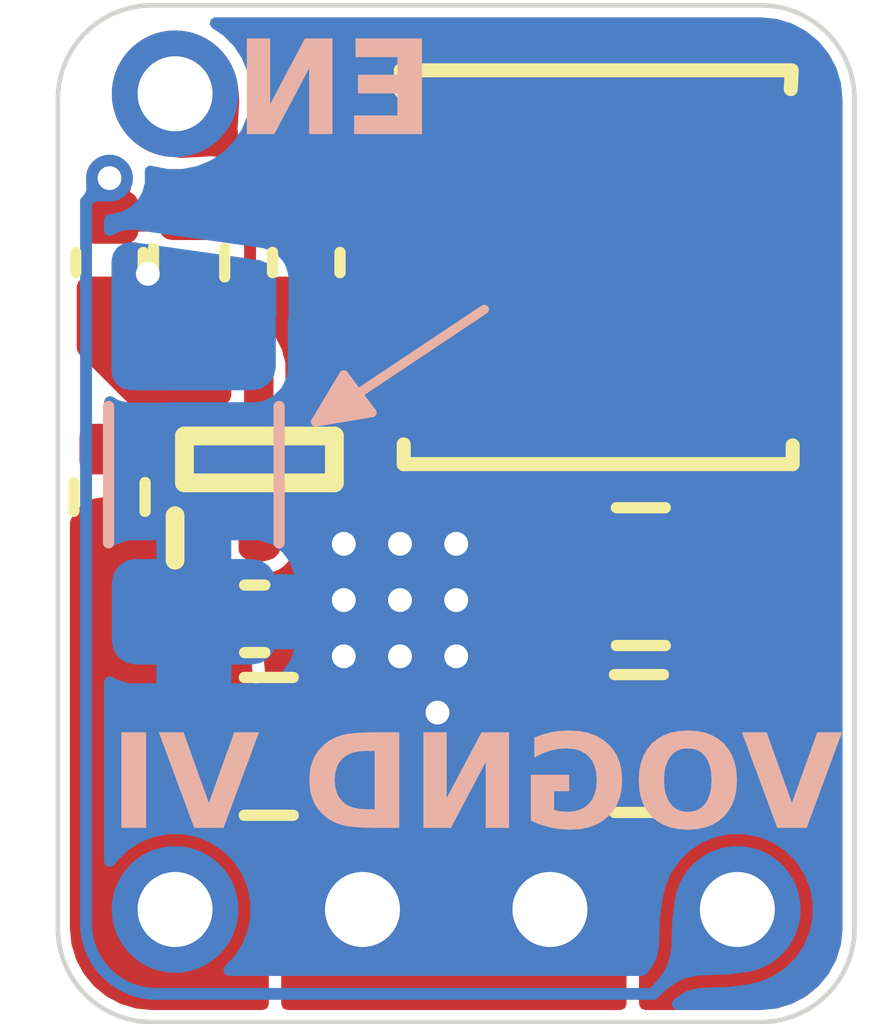
<source format=kicad_pcb>
(kicad_pcb (version 20241229) (generator "pcbnew") (generator_version "9.0")
  (layers (0 "F.Cu" signal) (2 "B.Cu" signal) (13 "F.Paste" user) (15 "B.Paste" user) (5 "F.SilkS" user "F.Silkscreen") (7 "B.SilkS" user "B.Silkscreen") (1 "F.Mask" user) (3 "B.Mask" user) (25 "Edge.Cuts" user))
  (net 0 "")
  (net 1 "GND")
  (net 2 "VIN")
  (net 3 "VOUT")
  (net 4 "EN")
  (net 5 "FB")
  (net 6 "Net-(IC1-BST)")
  (net 7 "Net-(IC1-SW)")
  (footprint "Capacitor_SMD:C_0805_2012Metric" (layer "F.Cu") (at 128.7 108.53 180)
    (property "Reference" "C5" (hide yes))
    (property "Value" "22uF")
    (fp_line (start -0.261252 0.735) (end 0.261252 0.735) (stroke (width 0.12)) (layer "F.SilkS"))
    (fp_line (start -0.261252 -0.735) (end 0.261252 -0.735) (stroke (width 0.12)) (layer "F.SilkS"))
    (pad "1" smd roundrect (at -0.95 0 180) (size 1 1.45) (layers "F.Cu" "F.Mask" "F.Paste") (net 3 "VOUT"))
    (pad "2" smd roundrect (at 0.95 0 180) (size 1 1.45) (layers "F.Cu" "F.Mask" "F.Paste") (net 1 "GND"))
  )
  (footprint "Resistor_SMD:R_0402_1005Metric" (layer "F.Cu") (at 123.05 105.9 90)
    (property "Reference" "R1" (hide yes))
    (property "Value" "100k")
    (fp_line (start -0.153641 -0.38) (end 0.153641 -0.38) (stroke (width 0.12)) (layer "F.SilkS"))
    (fp_line (start -0.153641 0.38) (end 0.153641 0.38) (stroke (width 0.12)) (layer "F.SilkS"))
    (pad "1" smd roundrect (at -0.51 0 90) (size 0.54 0.64) (layers "F.Cu" "F.Mask" "F.Paste") (net 2 "VIN"))
    (pad "2" smd roundrect (at 0.51 0 90) (size 0.54 0.64) (layers "F.Cu" "F.Mask" "F.Paste") (net 4 "EN"))
  )
  (footprint "Capacitor_SMD:C_0402_1005Metric" (layer "F.Cu") (at 123.05 103.4 -90)
    (property "Reference" "C4" (hide yes))
    (property "Value" "10pF" (hide yes))
    (fp_line (start -0.107836 0.36) (end 0.107836 0.36) (stroke (width 0.12)) (layer "F.SilkS"))
    (fp_line (start -0.107836 -0.36) (end 0.107836 -0.36) (stroke (width 0.12)) (layer "F.SilkS"))
    (pad "1" smd roundrect (at -0.48 0 270) (size 0.56 0.62) (layers "F.Cu" "F.Mask" "F.Paste") (net 3 "VOUT"))
    (pad "2" smd roundrect (at 0.48 0 270) (size 0.56 0.62) (layers "F.Cu" "F.Mask" "F.Paste") (net 5 "FB"))
  )
  (footprint "Capacitor_SMD:C_0805_2012Metric" (layer "F.Cu") (at 128.72 106.75 180)
    (property "Reference" "C6" (hide yes))
    (property "Value" "22uF")
    (fp_line (start -0.261252 0.735) (end 0.261252 0.735) (stroke (width 0.12)) (layer "F.SilkS"))
    (fp_line (start -0.261252 -0.735) (end 0.261252 -0.735) (stroke (width 0.12)) (layer "F.SilkS"))
    (pad "1" smd roundrect (at -0.95 0 180) (size 1 1.45) (layers "F.Cu" "F.Mask" "F.Paste") (net 3 "VOUT"))
    (pad "2" smd roundrect (at 0.95 0 180) (size 1 1.45) (layers "F.Cu" "F.Mask" "F.Paste") (net 1 "GND"))
  )
  (footprint "easyeda:IND-SMD_L4.0-W4.0" (layer "F.Cu") (at 128.25 103.45)
    (property "Reference" "L1" (hide yes))
    (property "Value" "3.3uH")
    (fp_line (start -2.09 -2.1) (end -2.09 -1.88) (stroke (width 0.15)) (layer "F.SilkS"))
    (fp_line (start -2.06 1.89) (end -2.06 2.1) (stroke (width 0.15)) (layer "F.SilkS"))
    (fp_line (start -2.06 2.1) (end 2.09 2.1) (stroke (width 0.15)) (layer "F.SilkS"))
    (fp_line (start 2.07 -1.9) (end 2.08 -2.1) (stroke (width 0.15)) (layer "F.SilkS"))
    (fp_line (start 2.08 -2.1) (end -2.09 -2.1) (stroke (width 0.15)) (layer "F.SilkS"))
    (fp_line (start 2.09 2.1) (end 2.09 1.9) (stroke (width 0.15)) (layer "F.SilkS"))
    (pad "1" smd roundrect (at -1.6 0) (size 1.6 3.5) (layers "F.Cu" "F.Mask" "F.Paste") (roundrect_rratio 0.15625) (net 7 "Net-(IC1-SW)"))
    (pad "2" smd roundrect (at 1.6 0) (size 1.6 3.5) (layers "F.Cu" "F.Mask" "F.Paste") (roundrect_rratio 0.15625) (net 3 "VOUT"))
  )
  (footprint "Connector_PinHeader_2.00mm:PinHeader_1x04_P2.00mm_Vertical" (layer "F.Cu") (at 123.75 110.3 90)
    (property "Reference" "J1" (hide yes))
    (property "Value" "Conn_01x04" (hide yes))
    (pad "1" thru_hole circle (at 0 0 90) (size 1.35 1.35) (drill 0.8) (layers "*.Cu" "*.Mask") (net 2 "VIN"))
    (pad "2" thru_hole oval (at 0 2 90) (size 1.35 1.35) (drill 0.8) (layers "*.Cu" "*.Mask") (net 1 "GND"))
    (pad "3" thru_hole oval (at 0 4 90) (size 1.35 1.35) (drill 0.8) (layers "*.Cu" "*.Mask") (net 1 "GND"))
    (pad "4" thru_hole oval (at 0 6 90) (size 1.35 1.35) (drill 0.8) (layers "*.Cu" "*.Mask") (net 3 "VOUT"))
  )
  (footprint "Capacitor_SMD:C_0805_2012Metric" (layer "F.Cu") (at 124.75 108.56)
    (property "Reference" "C1" (hide yes))
    (property "Value" "22uF")
    (fp_line (start -0.261252 -0.735) (end 0.261252 -0.735) (stroke (width 0.12)) (layer "F.SilkS"))
    (fp_line (start -0.261252 0.735) (end 0.261252 0.735) (stroke (width 0.12)) (layer "F.SilkS"))
    (pad "1" smd roundrect (at -0.95 0) (size 1 1.45) (layers "F.Cu" "F.Mask" "F.Paste") (net 2 "VIN"))
    (pad "2" smd roundrect (at 0.95 0) (size 1 1.45) (layers "F.Cu" "F.Mask" "F.Paste") (net 1 "GND"))
  )
  (footprint "Resistor_SMD:R_0402_1005Metric" (layer "F.Cu") (at 123.9 103.4 -90)
    (property "Reference" "R2" (hide yes))
    (property "Value" "12k")
    (fp_line (start -0.153641 0.38) (end 0.153641 0.38) (stroke (width 0.12)) (layer "F.SilkS"))
    (fp_line (start -0.153641 -0.38) (end 0.153641 -0.38) (stroke (width 0.12)) (layer "F.SilkS"))
    (pad "1" smd roundrect (at -0.51 0 270) (size 0.54 0.64) (layers "F.Cu" "F.Mask" "F.Paste") (net 3 "VOUT"))
    (pad "2" smd roundrect (at 0.51 0 270) (size 0.54 0.64) (layers "F.Cu" "F.Mask" "F.Paste") (net 5 "FB"))
  )
  (footprint "Capacitor_SMD:C_0402_1005Metric" (layer "F.Cu") (at 125.15 103.4 90)
    (property "Reference" "C3" (hide yes))
    (property "Value" "0.1uF" (hide yes))
    (fp_line (start -0.107836 -0.36) (end 0.107836 -0.36) (stroke (width 0.12)) (layer "F.SilkS"))
    (fp_line (start -0.107836 0.36) (end 0.107836 0.36) (stroke (width 0.12)) (layer "F.SilkS"))
    (pad "1" smd roundrect (at -0.48 0 90) (size 0.56 0.62) (layers "F.Cu" "F.Mask" "F.Paste") (net 6 "Net-(IC1-BST)"))
    (pad "2" smd roundrect (at 0.48 0 90) (size 0.56 0.62) (layers "F.Cu" "F.Mask" "F.Paste") (net 7 "Net-(IC1-SW)"))
  )
  (footprint "Connector_PinHeader_2.00mm:PinHeader_1x01_P2.00mm_Vertical" (layer "F.Cu") (at 123.75 101.6)
    (property "Reference" "J2" (hide yes))
    (property "Value" "Conn_01x01" (hide yes))
    (pad "1" thru_hole circle (at 0 0) (size 1.35 1.35) (drill 0.8) (layers "*.Cu" "*.Mask") (net 4 "EN"))
  )
  (footprint "Capacitor_SMD:C_0402_1005Metric" (layer "F.Cu") (at 124.6 107.2)
    (property "Reference" "C2" (hide yes))
    (property "Value" "0.1uF" (hide yes))
    (fp_line (start -0.107836 -0.36) (end 0.107836 -0.36) (stroke (width 0.12)) (layer "F.SilkS"))
    (fp_line (start -0.107836 0.36) (end 0.107836 0.36) (stroke (width 0.12)) (layer "F.SilkS"))
    (pad "1" smd roundrect (at -0.48 0) (size 0.56 0.62) (layers "F.Cu" "F.Mask" "F.Paste") (net 2 "VIN"))
    (pad "2" smd roundrect (at 0.48 0) (size 0.56 0.62) (layers "F.Cu" "F.Mask" "F.Paste") (net 1 "GND"))
  )
  (footprint "SamacSys:SOTFL50P160X60-6N" (layer "F.Cu") (at 124.65 105.5 90)
    (property "Reference" "IC1" (hide yes))
    (property "Value" "TPS563203DRLR" (hide yes))
    (fp_line (start -1.075 -0.9) (end -0.6 -0.9) (stroke (width 0.2)) (layer "F.SilkS"))
    (fp_line (start 0.25 -0.8) (end 0.25 0.8) (stroke (width 0.2)) (layer "F.SilkS"))
    (fp_line (start -0.25 -0.8) (end 0.25 -0.8) (stroke (width 0.2)) (layer "F.SilkS"))
    (fp_line (start 0.25 0.8) (end -0.25 0.8) (stroke (width 0.2)) (layer "F.SilkS"))
    (fp_line (start -0.25 0.8) (end -0.25 -0.8) (stroke (width 0.2)) (layer "F.SilkS"))
    (pad "1" smd roundrect (at -0.838 -0.5 180) (size 0.3 0.475) (layers "F.Cu" "F.Mask" "F.Paste") (net 2 "VIN"))
    (pad "2" smd roundrect (at -0.838 0 180) (size 0.3 0.475) (layers "F.Cu" "F.Mask" "F.Paste") (net 7 "Net-(IC1-SW)"))
    (pad "3" smd roundrect (at -0.838 0.5 180) (size 0.3 0.475) (layers "F.Cu" "F.Mask" "F.Paste") (net 1 "GND"))
    (pad "4" smd roundrect (at 0.838 0.5 180) (size 0.3 0.475) (layers "F.Cu" "F.Mask" "F.Paste") (net 6 "Net-(IC1-BST)"))
    (pad "5" smd roundrect (at 0.838 0 180) (size 0.3 0.475) (layers "F.Cu" "F.Mask" "F.Paste") (net 4 "EN"))
    (pad "6" smd roundrect (at 0.838 -0.5 180) (size 0.3 0.475) (layers "F.Cu" "F.Mask" "F.Paste") (net 5 "FB"))
  )
  (footprint "Resistor_SMD:R_1206_3216Metric" (layer "B.Cu") (at 123.95 105.6625 -90)
    (property "Reference" "R3" (hide yes))
    (property "Value" "?")
    (fp_line (start -0.727064 0.91) (end 0.727064 0.91) (stroke (width 0.12)) (layer "B.SilkS"))
    (fp_line (start -0.727064 -0.91) (end 0.727064 -0.91) (stroke (width 0.12)) (layer "B.SilkS"))
    (pad "1" smd roundrect (at -1.4625 0 270) (size 1.125 1.75) (layers "B.Cu" "B.Mask" "B.Paste") (roundrect_rratio 0.222222) (net 5 "FB"))
    (pad "2" smd roundrect (at 1.4625 0 270) (size 1.125 1.75) (layers "B.Cu" "B.Mask" "B.Paste") (roundrect_rratio 0.222222) (net 1 "GND") (thermal_bridge_width 0.8) (thermal_gap 0.2))
  )
  (gr_line (start 125.428151 104.994969) (end 125.654823 104.994969) (stroke (width 0.1)) (layer "B.SilkS"))
  (gr_line (start 125.478787 104.85361) (end 125.427654 104.981564) (stroke (width 0.1)) (layer "B.SilkS"))
  (gr_line (start 125.55 104.6) (end 125.85 105) (stroke (width 0.1)) (layer "B.SilkS"))
  (gr_line (start 125.478787 104.756557) (end 125.554311 104.914256) (stroke (width 0.1)) (layer "B.SilkS"))
  (gr_line (start 125.85 105) (end 125.25 105.1) (stroke (width 0.1)) (layer "B.SilkS"))
  (gr_line (start 125.546302 104.712251) (end 125.654823 104.994969) (stroke (width 0.1)) (layer "B.SilkS"))
  (gr_line (start 125.478787 104.85361) (end 125.654823 104.994969) (stroke (width 0.1)) (layer "B.SilkS"))
  (gr_line (start 125.25 105.1) (end 125.55 104.6) (stroke (width 0.1)) (layer "B.SilkS"))
  (gr_line (start 125.763344 105.014443) (end 125.546302 104.712251) (stroke (width 0.1)) (layer "B.SilkS"))
  (gr_line (start 127.05 103.9) (end 125.25 105.1) (stroke (width 0.1)) (layer "B.SilkS"))
  (gr_arc (start 122.5 101.657107) (mid 122.792893 100.95) (end 123.5 100.657107) (stroke (width 0.05)) (layer "Edge.Cuts"))
  (gr_line (start 122.5 101.657107) (end 122.5 110.5) (stroke (width 0.05)) (layer "Edge.Cuts"))
  (gr_line (start 130 100.657107) (end 123.5 100.657107) (stroke (width 0.05)) (layer "Edge.Cuts"))
  (gr_arc (start 131 110.5) (mid 130.707107 111.207107) (end 130 111.5) (stroke (width 0.05)) (layer "Edge.Cuts"))
  (gr_arc (start 130 100.657107) (mid 130.707107 100.95) (end 131 101.657107) (stroke (width 0.05)) (layer "Edge.Cuts"))
  (gr_line (start 131 110.5) (end 131 101.657107) (stroke (width 0.05)) (layer "Edge.Cuts"))
  (gr_line (start 123.5 111.5) (end 130 111.5) (stroke (width 0.05)) (layer "Edge.Cuts"))
  (gr_arc (start 123.5 111.5) (mid 122.792893 111.207107) (end 122.5 110.5) (stroke (width 0.05)) (layer "Edge.Cuts"))
  (gr_text "GND" (at 126.85 109.6 0) (layer "B.SilkS") (effects (font (size 1 1) (thickness 0.125) (bold yes)) (justify bottom mirror)))
  (gr_text "VI" (at 123.85 109.6 0) (layer "B.SilkS") (effects (font (size 1 1) (thickness 0.125) (bold yes)) (justify bottom mirror)))
  (gr_text "EN" (at 125.45 102.2 0) (layer "B.SilkS") (effects (font (size 1 1) (thickness 0.125) (bold yes)) (justify bottom mirror)))
  (gr_text "VO" (at 129.75 109.6 0) (layer "B.SilkS") (effects (font (size 1 1) (thickness 0.125) (bold yes)) (justify bottom mirror)))
  (via (at 126.15 107) (size 0.5) (drill 0.254) (layers "F.Cu" "B.Cu") (net 1))
  (via (at 126.15 106.4) (size 0.5) (drill 0.254) (layers "F.Cu" "B.Cu") (net 1))
  (via (at 125.55 107) (size 0.5) (drill 0.254) (layers "F.Cu" "B.Cu") (net 1))
  (via (at 125.55 106.4) (size 0.5) (drill 0.254) (layers "F.Cu" "B.Cu") (net 1))
  (via (at 126.15 107.6) (size 0.5) (drill 0.254) (layers "F.Cu" "B.Cu") (net 1))
  (via (at 125.55 107.6) (size 0.5) (drill 0.254) (layers "F.Cu" "B.Cu") (net 1))
  (via (at 126.75 106.4) (size 0.5) (drill 0.254) (layers "F.Cu" "B.Cu") (net 1))
  (via (at 126.75 107) (size 0.5) (drill 0.254) (layers "F.Cu" "B.Cu") (net 1))
  (via (at 126.55 108.2) (size 0.5) (drill 0.254) (layers "F.Cu" "B.Cu") (net 1))
  (via (at 126.75 107.6) (size 0.5) (drill 0.254) (layers "F.Cu" "B.Cu") (net 1))
  (segment (start 123.05 102.92) (end 123.05 102.5) (width 0.3) (layer "F.Cu") (net 3))
  (segment (start 123.87 102.92) (end 123.9 102.89) (width 0.3) (layer "F.Cu") (net 3))
  (segment (start 123.05 102.92) (end 123.87 102.92) (width 0.3) (layer "F.Cu") (net 3))
  (via (at 123.05 102.5) (size 0.5) (drill 0.254) (layers "F.Cu" "B.Cu") (net 3))
  (segment (start 123.05 102.5) (end 122.8 102.75) (width 0.127) (layer "B.Cu") (net 3))
  (segment (start 128.85 111.2) (end 129.75 110.3) (width 0.127) (layer "B.Cu") (net 3))
  (segment (start 123.55 111.2) (end 128.85 111.2) (width 0.127) (layer "B.Cu") (net 3))
  (segment (start 122.8 102.75) (end 122.8 110.45) (width 0.127) (layer "B.Cu") (net 3))
  (arc (start 122.8 110.45) (mid 123.01967 110.98033) (end 123.55 111.2) (width 0.127) (layer "B.Cu") (net 3))
  (segment (start 124.65 104.45) (end 124.65 104.662) (width 0.127) (layer "F.Cu") (net 4))
  (segment (start 124.55 104.35) (end 124.65 104.45) (width 0.127) (layer "F.Cu") (net 4))
  (segment (start 124.55 104.35) (end 124.55 102.4) (width 0.127) (layer "F.Cu") (net 4))
  (segment (start 124.55 104.562) (end 124.55 104.35) (width 0.127) (layer "F.Cu") (net 4))
  (segment (start 124.560837 104.910837) (end 124.560837 104.751163) (width 0.127) (layer "F.Cu") (net 4))
  (segment (start 124.65 104.821674) (end 124.65 104.662) (width 0.127) (layer "F.Cu") (net 4))
  (segment (start 124.560837 104.910837) (end 124.65 104.821674) (width 0.127) (layer "F.Cu") (net 4))
  (segment (start 123.05 105.39) (end 124.081674 105.39) (width 0.127) (layer "F.Cu") (net 4))
  (segment (start 124.560837 104.751163) (end 124.65 104.662) (width 0.127) (layer "F.Cu") (net 4))
  (segment (start 124.65 104.662) (end 124.55 104.562) (width 0.127) (layer "F.Cu") (net 4))
  (segment (start 124.55 104.9) (end 124.560837 104.910837) (width 0.127) (layer "F.Cu") (net 4))
  (segment (start 124.081674 105.39) (end 124.560837 104.910837) (width 0.127) (layer "F.Cu") (net 4))
  (segment (start 124.55 104.35) (end 124.55 104.9) (width 0.127) (layer "F.Cu") (net 4))
  (segment (start 124.55 102.4) (end 123.75 101.6) (width 0.127) (layer "F.Cu") (net 4))
  (via (at 123.459175 103.520618) (size 0.5) (drill 0.254) (layers "F.Cu" "B.Cu") (net 5))
  (segment (start 125.15 102.92) (end 126.42 102.92) (width 0.3) (layer "F.Cu") (net 7))
  (segment (start 126.42 102.92) (end 126.65 103.15) (width 0.3) (layer "F.Cu") (net 7))
  (zone (net 6) (net_name "Net-(IC1-BST)") (layer "F.Cu") (priority 2) (connect_pads yes (clearance 0.127)) (min_thickness 0.127) (fill yes (thermal_gap 0.5) (thermal_bridge_width 0.5) (smoothing fillet) (radius 0.1))
    (polygon (pts (xy 124.9 104.95) (xy 124.9 104.35) (xy 124.75 104.05) (xy 124.75 103.55) (xy 125.55 103.55) (xy 125.55 104.05) (xy 125.4 104.341404) (xy 125.4 104.95)))
  )
  (zone (net 3) (net_name "VOUT") (layer "F.Cu") (priority 5) (connect_pads yes (clearance 0.127)) (min_thickness 0.127) (fill yes (thermal_gap 0.5) (thermal_bridge_width 0.5) (smoothing fillet) (radius 0.2))
    (polygon (pts (xy 131 101.6) (xy 128.7 101.6) (xy 128.7 111.5) (xy 131 111.5)))
  )
  (zone (net 7) (net_name "Net-(IC1-SW)") (layer "F.Cu") (priority 4) (connect_pads yes (clearance 0.127)) (min_thickness 0.127) (fill yes (thermal_gap 0.5) (thermal_bridge_width 0.5) (smoothing fillet) (radius 0.2))
    (polygon (pts (xy 124.4 106.6) (xy 124.9 106.5755) (xy 124.9 105.971253) (xy 126.823825 105.971253) (xy 127.565148 105.180509) (xy 127.565148 101.6) (xy 125.75 101.6) (xy 125.75 102.77) (xy 125.6 102.77) (xy 125.6 103.07) (xy 125.75 103.07) (xy 125.75 103.8) (xy 125.5 104.35) (xy 125.5 105) (xy 124.742857 105) (xy 124.4 105.4)))
  )
  (zone (net 5) (net_name "FB") (layer "F.Cu") (priority 1) (connect_pads yes (clearance 0.127)) (min_thickness 0.127) (fill yes (thermal_gap 0.5) (thermal_bridge_width 0.5) (smoothing fillet) (radius 0.1))
    (polygon (pts (xy 124.35 103.55) (xy 122.7 103.55) (xy 122.7 104.35) (xy 123.3 104.95) (xy 124.35 104.95)))
  )
  (zone (net 0) (net_name "") (layer "F.Cu") (connect_pads yes (clearance 0)) (min_thickness 0.127)
    (keepout (tracks allowed) (vias not_allowed) (pads allowed) (copperpour not_allowed) (footprints allowed))
    (fill (thermal_gap 0.5) (thermal_bridge_width 0.5))
    (polygon (pts (xy 127.565148 101.6) (xy 128.7 101.6) (xy 128.75 105.9) (xy 126.9 105.9) (xy 127.565148 105.180509)))
  )
  (zone (net 2) (net_name "VIN") (layer "F.Cu") (priority 1) (connect_pads yes (clearance 0.127)) (min_thickness 0.127) (fill yes (thermal_gap 0.5) (thermal_bridge_width 0.5) (smoothing fillet) (radius 0.4))
    (polygon (pts (xy 124.72 111.4) (xy 124.735 111.4) (xy 124.75 111.4) (xy 124.75 111.37) (xy 124.75 108.51) (xy 124.613853 108.138513) (xy 124.390002 105.9) (xy 123.5 105.9) (xy 122.6 105.9) (xy 122.6 111.4)))
  )
  (zone (net 1) (net_name "GND") (layers "F.Cu" "B.Cu") (connect_pads yes (clearance 0.127)) (min_thickness 0.127) (fill yes (thermal_gap 0.5) (thermal_bridge_width 0.5) (smoothing fillet) (radius 0.2))
    (polygon (pts (xy 122.45 100.6) (xy 131.05 100.6) (xy 131 111.5) (xy 122.45 111.5)))
  )
  (zone (net 5) (net_name "FB") (layer "B.Cu") (priority 3) (connect_pads yes (clearance 0.127)) (min_thickness 0.127) (fill yes (thermal_gap 0.5) (thermal_bridge_width 0.5) (smoothing fillet) (radius 0.2))
    (polygon (pts (xy 123.071646 103.15) (xy 123.071646 104.761514) (xy 123.740454 104.761514) (xy 124.829892 104.075168) (xy 124.829892 103.4)))
  )
)
</source>
